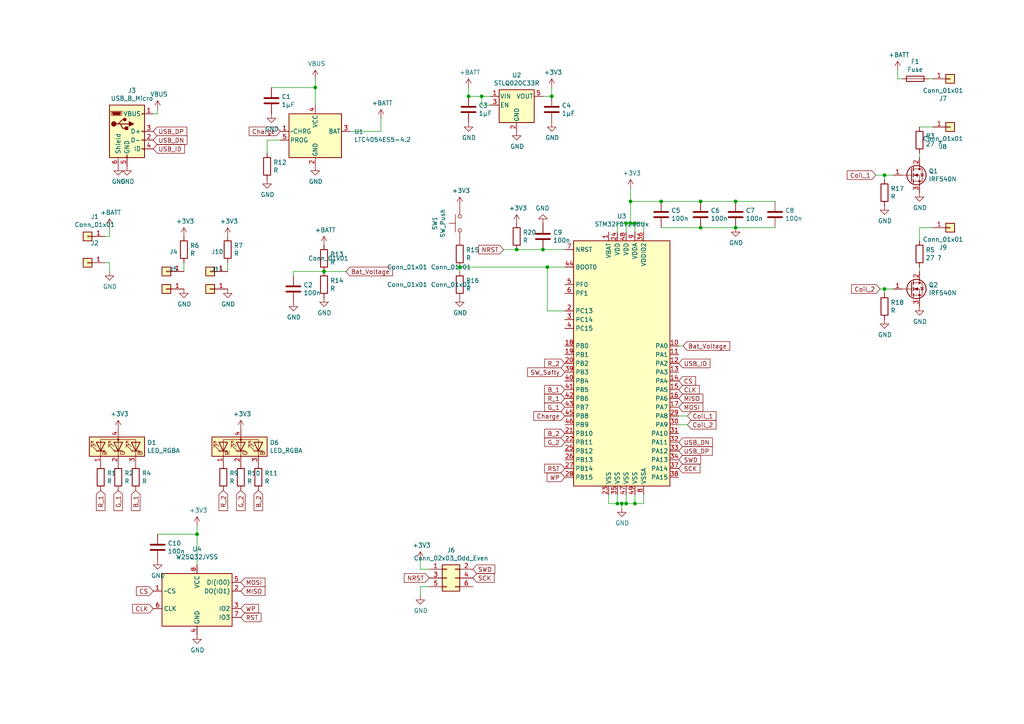
<source format=kicad_sch>
(kicad_sch (version 20210621) (generator eeschema)
  (paper "A4")
  (lib_symbols
    (symbol "Connector:USB_B_Micro" (pin_names (offset 1.016))
      (property "Reference" "J" (at -5.08 11.43 0))
      (property "Value" "USB_B_Micro" (at -5.08 8.89 0))
      (symbol "USB_B_Micro_0_1"
        (circle (center -3.81 2.159) (radius 0.635) (stroke (width 0.254)) (fill (type outline)))
        (circle (center -0.635 3.429) (radius 0.381) (stroke (width 0.254)) (fill (type outline)))
        (rectangle (start -0.127 -7.62) (end 0.127 -6.858))
        (rectangle (start 5.08 -5.207) (end 4.318 -4.953))
        (rectangle (start 5.08 -2.667) (end 4.318 -2.413))
        (rectangle (start 5.08 -0.127) (end 4.318 0.127))
        (rectangle (start 5.08 4.953) (end 4.318 5.207))
        (rectangle (start 0.254 1.27) (end -0.508 0.508) (stroke (width 0.254)) (fill (type outline)))
        (rectangle (start -5.08 -7.62) (end 5.08 7.62) (stroke (width 0.254)) (fill (type background)))
        (polyline (pts (xy -1.905 2.159) (xy 0.635 2.159)) (stroke (width 0.254)))
        (polyline (pts (xy -3.175 2.159) (xy -2.54 2.159) (xy -1.27 3.429) (xy -0.635 3.429)) (stroke (width 0.254)))
        (polyline (pts (xy -2.54 2.159) (xy -1.905 2.159) (xy -1.27 0.889) (xy 0 0.889)) (stroke (width 0.254)))
        (polyline (pts (xy -4.699 5.842) (xy -4.699 5.588) (xy -4.445 4.826) (xy -4.445 4.572) (xy -1.651 4.572) (xy -1.651 4.826) (xy -1.397 5.588) (xy -1.397 5.842) (xy -4.699 5.842)))
        (polyline (pts (xy 0.635 2.794) (xy 0.635 1.524) (xy 1.905 2.159) (xy 0.635 2.794)) (stroke (width 0.254)) (fill (type outline)))
        (polyline (pts (xy -4.318 5.588) (xy -1.778 5.588) (xy -2.032 4.826) (xy -4.064 4.826) (xy -4.318 5.588)) (fill (type outline)))
      )
      (symbol "USB_B_Micro_1_1"
        (pin power_out line (at 7.62 5.08 180) (length 2.54) (name "VBUS") (number "1"))
        (pin bidirectional line (at 7.62 -2.54 180) (length 2.54) (name "D-") (number "2"))
        (pin bidirectional line (at 7.62 0 180) (length 2.54) (name "D+") (number "3"))
        (pin passive line (at 7.62 -5.08 180) (length 2.54) (name "ID") (number "4"))
        (pin power_out line (at 0 -10.16 90) (length 2.54) (name "GND") (number "5"))
        (pin passive line (at -2.54 -10.16 90) (length 2.54) (name "Shield") (number "6"))
      )
    )
    (symbol "Connector_Generic:Conn_01x01" (pin_names (offset 1.016) hide)
      (property "Reference" "J" (at 0 2.54 0))
      (property "Value" "Conn_01x01" (at 0 -2.54 0))
      (symbol "Conn_01x01_1_1"
        (rectangle (start -1.27 0.127) (end 0 -0.127) (stroke (width 0.1524)))
        (rectangle (start -1.27 1.27) (end 1.27 -1.27) (stroke (width 0.254)) (fill (type background)))
        (pin passive line (at -5.08 0 0) (length 3.81) (name "Pin_1") (number "1"))
      )
    )
    (symbol "Connector_Generic:Conn_02x03_Odd_Even" (pin_names (offset 1.016) hide)
      (property "Reference" "J" (at 1.27 5.08 0))
      (property "Value" "Conn_02x03_Odd_Even" (at 1.27 -5.08 0))
      (symbol "Conn_02x03_Odd_Even_1_1"
        (rectangle (start -1.27 -2.413) (end 0 -2.667) (stroke (width 0.1524)))
        (rectangle (start -1.27 0.127) (end 0 -0.127) (stroke (width 0.1524)))
        (rectangle (start -1.27 2.667) (end 0 2.413) (stroke (width 0.1524)))
        (rectangle (start 3.81 -2.413) (end 2.54 -2.667) (stroke (width 0.1524)))
        (rectangle (start 3.81 0.127) (end 2.54 -0.127) (stroke (width 0.1524)))
        (rectangle (start 3.81 2.667) (end 2.54 2.413) (stroke (width 0.1524)))
        (rectangle (start -1.27 3.81) (end 3.81 -3.81) (stroke (width 0.254)) (fill (type background)))
        (pin passive line (at -5.08 2.54 0) (length 3.81) (name "Pin_1") (number "1"))
        (pin passive line (at 7.62 2.54 180) (length 3.81) (name "Pin_2") (number "2"))
        (pin passive line (at -5.08 0 0) (length 3.81) (name "Pin_3") (number "3"))
        (pin passive line (at 7.62 0 180) (length 3.81) (name "Pin_4") (number "4"))
        (pin passive line (at -5.08 -2.54 0) (length 3.81) (name "Pin_5") (number "5"))
        (pin passive line (at 7.62 -2.54 180) (length 3.81) (name "Pin_6") (number "6"))
      )
    )
    (symbol "DCPowerFire-rescue:LTC4054ES5-4.2-Battery_Management" (pin_names (offset 0.254))
      (property "Reference" "U" (at -5.842 6.604 0))
      (property "Value" "LTC4054ES5-4.2-Battery_Management" (at 1.524 6.604 0))
      (symbol "LTC4054ES5-4.2-Battery_Management_0_1"
        (rectangle (start -7.62 5.08) (end 7.62 -7.62) (stroke (width 0.254)) (fill (type background)))
      )
      (symbol "LTC4054ES5-4.2-Battery_Management_1_1"
        (pin open_collector line (at -10.16 0 0) (length 2.54) (name "~CHRG") (number "1"))
        (pin power_in line (at 0 -10.16 90) (length 2.54) (name "GND") (number "2"))
        (pin power_out line (at 10.16 0 180) (length 2.54) (name "BAT") (number "3"))
        (pin power_in line (at 0 7.62 270) (length 2.54) (name "VCC") (number "4"))
        (pin bidirectional line (at -10.16 -2.54 0) (length 2.54) (name "PROG") (number "5"))
      )
    )
    (symbol "DCPowerFire-rescue:W25Q32JVSS-Memory_Flash"
      (property "Reference" "U" (at -8.89 8.89 0))
      (property "Value" "W25Q32JVSS-Memory_Flash" (at 7.62 8.89 0))
      (symbol "W25Q32JVSS-Memory_Flash_0_1"
        (rectangle (start -10.16 7.62) (end 10.16 -7.62) (stroke (width 0.254)) (fill (type background)))
      )
      (symbol "W25Q32JVSS-Memory_Flash_1_1"
        (pin input line (at -12.7 2.54 0) (length 2.54) (name "~CS") (number "1"))
        (pin bidirectional line (at 12.7 2.54 180) (length 2.54) (name "DO(IO1)") (number "2"))
        (pin bidirectional line (at 12.7 -2.54 180) (length 2.54) (name "IO2") (number "3"))
        (pin power_in line (at 0 -10.16 90) (length 2.54) (name "GND") (number "4"))
        (pin bidirectional line (at 12.7 5.08 180) (length 2.54) (name "DI(IO0)") (number "5"))
        (pin input line (at -12.7 -2.54 0) (length 2.54) (name "CLK") (number "6"))
        (pin bidirectional line (at 12.7 -5.08 180) (length 2.54) (name "IO3") (number "7"))
        (pin power_in line (at 0 10.16 270) (length 2.54) (name "VCC") (number "8"))
      )
    )
    (symbol "Device:C" (pin_numbers hide) (pin_names (offset 0.254))
      (property "Reference" "C" (at 0.635 2.54 0))
      (property "Value" "C" (at 0.635 -2.54 0))
      (symbol "C_0_1"
        (polyline (pts (xy -2.032 -0.762) (xy 2.032 -0.762)) (stroke (width 0.508)))
        (polyline (pts (xy -2.032 0.762) (xy 2.032 0.762)) (stroke (width 0.508)))
      )
      (symbol "C_1_1"
        (pin passive line (at 0 3.81 270) (length 2.794) (name "~") (number "1"))
        (pin passive line (at 0 -3.81 90) (length 2.794) (name "~") (number "2"))
      )
    )
    (symbol "Device:Fuse" (pin_numbers hide) (pin_names (offset 0))
      (property "Reference" "F" (at 2.032 0 90))
      (property "Value" "Fuse" (at -1.905 0 90))
      (symbol "Fuse_0_1"
        (rectangle (start -0.762 -2.54) (end 0.762 2.54) (stroke (width 0.254)))
        (polyline (pts (xy 0 2.54) (xy 0 -2.54)))
      )
      (symbol "Fuse_1_1"
        (pin passive line (at 0 3.81 270) (length 1.27) (name "~") (number "1"))
        (pin passive line (at 0 -3.81 90) (length 1.27) (name "~") (number "2"))
      )
    )
    (symbol "Device:LED_RGBA" (pin_names (offset 0) hide)
      (property "Reference" "D" (at 0 9.398 0))
      (property "Value" "LED_RGBA" (at 0 -8.89 0))
      (symbol "LED_RGBA_0_0"
        (text "B" (at -1.905 -6.35 0) (effects (font (size 1.27 1.27))))
        (text "G" (at -1.905 -1.27 0) (effects (font (size 1.27 1.27))))
        (text "R" (at -1.905 3.81 0) (effects (font (size 1.27 1.27))))
      )
      (symbol "LED_RGBA_0_1"
        (circle (center 2.032 0) (radius 0.254) (fill (type outline)))
        (rectangle (start 1.27 -1.27) (end 1.27 1.27))
        (rectangle (start 1.27 1.27) (end 1.27 1.27))
        (rectangle (start 1.27 3.81) (end 1.27 6.35))
        (rectangle (start 1.27 6.35) (end 1.27 6.35))
        (rectangle (start 2.794 8.382) (end -2.794 -7.62) (stroke (width 0.254)) (fill (type background)))
        (polyline (pts (xy -1.27 -5.08) (xy -2.54 -5.08)))
        (polyline (pts (xy -1.27 -5.08) (xy 1.27 -5.08)))
        (polyline (pts (xy -1.27 -3.81) (xy -1.27 -6.35)) (stroke (width 0.254)))
        (polyline (pts (xy -1.27 0) (xy -2.54 0)))
        (polyline (pts (xy -1.27 1.27) (xy -1.27 -1.27)) (stroke (width 0.254)))
        (polyline (pts (xy -1.27 5.08) (xy -2.54 5.08)))
        (polyline (pts (xy -1.27 5.08) (xy 1.27 5.08)))
        (polyline (pts (xy -1.27 6.35) (xy -1.27 3.81)) (stroke (width 0.254)))
        (polyline (pts (xy 1.27 0) (xy -1.27 0)))
        (polyline (pts (xy 1.27 0) (xy 2.54 0)))
        (polyline (pts (xy -1.27 1.27) (xy -1.27 -1.27) (xy -1.27 -1.27)))
        (polyline (pts (xy -1.27 6.35) (xy -1.27 3.81) (xy -1.27 3.81)))
        (polyline (pts (xy 1.27 -5.08) (xy 2.032 -5.08) (xy 2.032 5.08) (xy 1.27 5.08)))
        (polyline (pts (xy 1.27 -3.81) (xy 1.27 -6.35) (xy -1.27 -5.08) (xy 1.27 -3.81)) (stroke (width 0.254)))
        (polyline (pts (xy 1.27 1.27) (xy 1.27 -1.27) (xy -1.27 0) (xy 1.27 1.27)) (stroke (width 0.254)))
        (polyline (pts (xy 1.27 6.35) (xy 1.27 3.81) (xy -1.27 5.08) (xy 1.27 6.35)) (stroke (width 0.254)))
        (polyline (pts (xy -1.016 -3.81) (xy 0.508 -2.286) (xy -0.254 -2.286) (xy 0.508 -2.286) (xy 0.508 -3.048)))
        (polyline (pts (xy -1.016 1.27) (xy 0.508 2.794) (xy -0.254 2.794) (xy 0.508 2.794) (xy 0.508 2.032)))
        (polyline (pts (xy -1.016 6.35) (xy 0.508 7.874) (xy -0.254 7.874) (xy 0.508 7.874) (xy 0.508 7.112)))
        (polyline (pts (xy 0 -3.81) (xy 1.524 -2.286) (xy 0.762 -2.286) (xy 1.524 -2.286) (xy 1.524 -3.048)))
        (polyline (pts (xy 0 1.27) (xy 1.524 2.794) (xy 0.762 2.794) (xy 1.524 2.794) (xy 1.524 2.032)))
        (polyline (pts (xy 0 6.35) (xy 1.524 7.874) (xy 0.762 7.874) (xy 1.524 7.874) (xy 1.524 7.112)))
      )
      (symbol "LED_RGBA_1_1"
        (pin passive line (at -5.08 5.08 0) (length 2.54) (name "RK") (number "1"))
        (pin passive line (at -5.08 0 0) (length 2.54) (name "GK") (number "2"))
        (pin passive line (at -5.08 -5.08 0) (length 2.54) (name "BK") (number "3"))
        (pin passive line (at 5.08 0 180) (length 2.54) (name "A") (number "4"))
      )
    )
    (symbol "Device:R" (pin_numbers hide) (pin_names (offset 0))
      (property "Reference" "R" (at 2.032 0 90))
      (property "Value" "R" (at 0 0 90))
      (symbol "R_0_1"
        (rectangle (start -1.016 -2.54) (end 1.016 2.54) (stroke (width 0.254)))
      )
      (symbol "R_1_1"
        (pin passive line (at 0 3.81 270) (length 1.27) (name "~") (number "1"))
        (pin passive line (at 0 -3.81 90) (length 1.27) (name "~") (number "2"))
      )
    )
    (symbol "MCU_ST_STM32F0:STM32F072C8Ux"
      (property "Reference" "U" (at -15.24 36.83 0))
      (property "Value" "STM32F072C8Ux" (at 7.62 36.83 0))
      (symbol "STM32F072C8Ux_0_1"
        (rectangle (start -15.24 -35.56) (end 12.7 35.56) (stroke (width 0.254)) (fill (type background)))
      )
      (symbol "STM32F072C8Ux_1_1"
        (pin power_in line (at -5.08 38.1 270) (length 2.54) (name "VBAT") (number "1"))
        (pin bidirectional line (at 15.24 5.08 180) (length 2.54) (name "PA0") (number "10"))
        (pin bidirectional line (at 15.24 2.54 180) (length 2.54) (name "PA1") (number "11"))
        (pin bidirectional line (at 15.24 0 180) (length 2.54) (name "PA2") (number "12"))
        (pin bidirectional line (at 15.24 -2.54 180) (length 2.54) (name "PA3") (number "13"))
        (pin bidirectional line (at 15.24 -5.08 180) (length 2.54) (name "PA4") (number "14"))
        (pin bidirectional line (at 15.24 -7.62 180) (length 2.54) (name "PA5") (number "15"))
        (pin bidirectional line (at 15.24 -10.16 180) (length 2.54) (name "PA6") (number "16"))
        (pin bidirectional line (at 15.24 -12.7 180) (length 2.54) (name "PA7") (number "17"))
        (pin bidirectional line (at -17.78 5.08 0) (length 2.54) (name "PB0") (number "18"))
        (pin bidirectional line (at -17.78 2.54 0) (length 2.54) (name "PB1") (number "19"))
        (pin bidirectional line (at -17.78 15.24 0) (length 2.54) (name "PC13") (number "2"))
        (pin bidirectional line (at -17.78 0 0) (length 2.54) (name "PB2") (number "20"))
        (pin bidirectional line (at -17.78 -20.32 0) (length 2.54) (name "PB10") (number "21"))
        (pin bidirectional line (at -17.78 -22.86 0) (length 2.54) (name "PB11") (number "22"))
        (pin power_in line (at -5.08 -38.1 90) (length 2.54) (name "VSS") (number "23"))
        (pin power_in line (at -2.54 38.1 270) (length 2.54) (name "VDD") (number "24"))
        (pin bidirectional line (at -17.78 -25.4 0) (length 2.54) (name "PB12") (number "25"))
        (pin bidirectional line (at -17.78 -27.94 0) (length 2.54) (name "PB13") (number "26"))
        (pin bidirectional line (at -17.78 -30.48 0) (length 2.54) (name "PB14") (number "27"))
        (pin bidirectional line (at -17.78 -33.02 0) (length 2.54) (name "PB15") (number "28"))
        (pin bidirectional line (at 15.24 -15.24 180) (length 2.54) (name "PA8") (number "29"))
        (pin bidirectional line (at -17.78 12.7 0) (length 2.54) (name "PC14") (number "3"))
        (pin bidirectional line (at 15.24 -17.78 180) (length 2.54) (name "PA9") (number "30"))
        (pin bidirectional line (at 15.24 -20.32 180) (length 2.54) (name "PA10") (number "31"))
        (pin bidirectional line (at 15.24 -22.86 180) (length 2.54) (name "PA11") (number "32"))
        (pin bidirectional line (at 15.24 -25.4 180) (length 2.54) (name "PA12") (number "33"))
        (pin bidirectional line (at 15.24 -27.94 180) (length 2.54) (name "PA13") (number "34"))
        (pin power_in line (at -2.54 -38.1 90) (length 2.54) (name "VSS") (number "35"))
        (pin power_in line (at 5.08 38.1 270) (length 2.54) (name "VDDIO2") (number "36"))
        (pin bidirectional line (at 15.24 -30.48 180) (length 2.54) (name "PA14") (number "37"))
        (pin bidirectional line (at 15.24 -33.02 180) (length 2.54) (name "PA15") (number "38"))
        (pin bidirectional line (at -17.78 -2.54 0) (length 2.54) (name "PB3") (number "39"))
        (pin bidirectional line (at -17.78 10.16 0) (length 2.54) (name "PC15") (number "4"))
        (pin bidirectional line (at -17.78 -5.08 0) (length 2.54) (name "PB4") (number "40"))
        (pin bidirectional line (at -17.78 -7.62 0) (length 2.54) (name "PB5") (number "41"))
        (pin bidirectional line (at -17.78 -10.16 0) (length 2.54) (name "PB6") (number "42"))
        (pin bidirectional line (at -17.78 -12.7 0) (length 2.54) (name "PB7") (number "43"))
        (pin input line (at -17.78 27.94 0) (length 2.54) (name "BOOT0") (number "44"))
        (pin bidirectional line (at -17.78 -15.24 0) (length 2.54) (name "PB8") (number "45"))
        (pin bidirectional line (at -17.78 -17.78 0) (length 2.54) (name "PB9") (number "46"))
        (pin power_in line (at 0 -38.1 90) (length 2.54) (name "VSS") (number "47"))
        (pin power_in line (at 0 38.1 270) (length 2.54) (name "VDD") (number "48"))
        (pin power_in line (at 2.54 -38.1 90) (length 2.54) (name "VSS") (number "49"))
        (pin input line (at -17.78 22.86 0) (length 2.54) (name "PF0") (number "5"))
        (pin input line (at -17.78 20.32 0) (length 2.54) (name "PF1") (number "6"))
        (pin input line (at -17.78 33.02 0) (length 2.54) (name "NRST") (number "7"))
        (pin power_in line (at 5.08 -38.1 90) (length 2.54) (name "VSSA") (number "8"))
        (pin power_in line (at 2.54 38.1 270) (length 2.54) (name "VDDA") (number "9"))
      )
    )
    (symbol "Regulator_Linear:AP2112K-3.3" (pin_names (offset 0.254))
      (property "Reference" "U" (at -5.08 5.715 0))
      (property "Value" "AP2112K-3.3" (at 0 5.715 0))
      (symbol "AP2112K-3.3_0_1"
        (rectangle (start -5.08 4.445) (end 5.08 -5.08) (stroke (width 0.254)) (fill (type background)))
      )
      (symbol "AP2112K-3.3_1_1"
        (pin power_in line (at -7.62 2.54 0) (length 2.54) (name "VIN") (number "1"))
        (pin power_in line (at 0 -7.62 90) (length 2.54) (name "GND") (number "2"))
        (pin input line (at -7.62 0 0) (length 2.54) (name "EN") (number "3"))
        (pin no_connect line (at 5.08 0 180) (length 2.54) hide (name "NC") (number "4"))
        (pin power_out line (at 7.62 2.54 180) (length 2.54) (name "VOUT") (number "5"))
      )
    )
    (symbol "Switch:SW_Push" (pin_numbers hide) (pin_names (offset 1.016) hide)
      (property "Reference" "SW" (at 1.27 2.54 0))
      (property "Value" "SW_Push" (at 0 -1.524 0))
      (symbol "SW_Push_0_1"
        (circle (center -2.032 0) (radius 0.508))
        (circle (center 2.032 0) (radius 0.508))
        (polyline (pts (xy 0 1.27) (xy 0 3.048)))
        (polyline (pts (xy 2.54 1.27) (xy -2.54 1.27)))
        (pin passive line (at -5.08 0 0) (length 2.54) (name "1") (number "1"))
        (pin passive line (at 5.08 0 180) (length 2.54) (name "2") (number "2"))
      )
    )
    (symbol "Transistor_FET:IRF540N" (pin_names hide)
      (property "Reference" "Q" (at 6.35 1.905 0))
      (property "Value" "IRF540N" (at 6.35 0 0))
      (symbol "IRF540N_0_1"
        (circle (center 1.651 0) (radius 2.794) (stroke (width 0.254)))
        (circle (center 2.54 -1.778) (radius 0.254) (fill (type outline)))
        (circle (center 2.54 1.778) (radius 0.254) (fill (type outline)))
        (polyline (pts (xy 0.254 0) (xy -2.54 0)))
        (polyline (pts (xy 0.254 1.905) (xy 0.254 -1.905)) (stroke (width 0.254)))
        (polyline (pts (xy 0.762 -1.27) (xy 0.762 -2.286)) (stroke (width 0.254)))
        (polyline (pts (xy 0.762 0.508) (xy 0.762 -0.508)) (stroke (width 0.254)))
        (polyline (pts (xy 0.762 2.286) (xy 0.762 1.27)) (stroke (width 0.254)))
        (polyline (pts (xy 2.54 2.54) (xy 2.54 1.778)))
        (polyline (pts (xy 2.54 -2.54) (xy 2.54 0) (xy 0.762 0)))
        (polyline (pts (xy 0.762 -1.778) (xy 3.302 -1.778) (xy 3.302 1.778) (xy 0.762 1.778)))
        (polyline (pts (xy 2.794 0.508) (xy 2.921 0.381) (xy 3.683 0.381) (xy 3.81 0.254)))
        (polyline (pts (xy 3.302 0.381) (xy 2.921 -0.254) (xy 3.683 -0.254) (xy 3.302 0.381)))
        (polyline (pts (xy 1.016 0) (xy 2.032 0.381) (xy 2.032 -0.381) (xy 1.016 0)) (fill (type outline)))
      )
      (symbol "IRF540N_1_1"
        (pin input line (at -5.08 0 0) (length 2.54) (name "G") (number "1"))
        (pin passive line (at 2.54 5.08 270) (length 2.54) (name "D") (number "2"))
        (pin passive line (at 2.54 -5.08 90) (length 2.54) (name "S") (number "3"))
      )
    )
    (symbol "power:+3.3V" (power) (pin_names (offset 0))
      (property "Value" "+3.3V" (at 0 3.556 0))
      (symbol "+3.3V_0_1"
        (polyline (pts (xy -0.762 1.27) (xy 0 2.54)))
        (polyline (pts (xy 0 0) (xy 0 2.54)))
        (polyline (pts (xy 0 2.54) (xy 0.762 1.27)))
      )
      (symbol "+3.3V_1_1"
        (pin power_in line (at 0 0 90) (length 0) hide (name "+3V3") (number "1"))
      )
    )
    (symbol "power:+BATT" (power) (pin_names (offset 0))
      (property "Value" "+BATT" (at 0 3.556 0))
      (symbol "+BATT_0_1"
        (polyline (pts (xy -0.762 1.27) (xy 0 2.54)))
        (polyline (pts (xy 0 0) (xy 0 2.54)))
        (polyline (pts (xy 0 2.54) (xy 0.762 1.27)))
      )
      (symbol "+BATT_1_1"
        (pin power_in line (at 0 0 90) (length 0) hide (name "+BATT") (number "1"))
      )
    )
    (symbol "power:GND" (power) (pin_names (offset 0))
      (property "Value" "GND" (at 0 -3.81 0))
      (symbol "GND_0_1"
        (polyline (pts (xy 0 0) (xy 0 -1.27) (xy 1.27 -1.27) (xy 0 -2.54) (xy -1.27 -1.27) (xy 0 -1.27)))
      )
      (symbol "GND_1_1"
        (pin power_in line (at 0 0 270) (length 0) hide (name "GND") (number "1"))
      )
    )
    (symbol "power:VBUS" (power) (pin_names (offset 0))
      (property "Value" "VBUS" (at 0 3.81 0))
      (symbol "VBUS_0_1"
        (polyline (pts (xy -0.762 1.27) (xy 0 2.54)))
        (polyline (pts (xy 0 0) (xy 0 2.54)))
        (polyline (pts (xy 0 2.54) (xy 0.762 1.27)))
      )
      (symbol "VBUS_1_1"
        (pin power_in line (at 0 0 90) (length 0) hide (name "VBUS") (number "1"))
      )
    )
  )
  (junction (at 57.15 154.94) (diameter 0.9144))
  (junction (at 91.44 25.4) (diameter 0.9144))
  (junction (at 93.98 78.74) (diameter 0.9144))
  (junction (at 133.35 77.47) (diameter 0.9144))
  (junction (at 135.89 27.94) (diameter 0.9144))
  (junction (at 139.7 27.94) (diameter 0.9144))
  (junction (at 149.86 72.39) (diameter 0.9144))
  (junction (at 157.48 72.39) (diameter 0.9144))
  (junction (at 158.75 77.47) (diameter 0.9144))
  (junction (at 160.02 27.94) (diameter 0.9144))
  (junction (at 179.07 146.05) (diameter 0.9144))
  (junction (at 180.34 146.05) (diameter 0.9144))
  (junction (at 181.61 64.77) (diameter 0.9144))
  (junction (at 181.61 146.05) (diameter 0.9144))
  (junction (at 182.88 58.42) (diameter 0.9144))
  (junction (at 182.88 64.77) (diameter 0.9144))
  (junction (at 184.15 64.77) (diameter 0.9144))
  (junction (at 184.15 146.05) (diameter 0.9144))
  (junction (at 191.77 58.42) (diameter 0.9144))
  (junction (at 203.2 58.42) (diameter 0.9144))
  (junction (at 203.2 66.04) (diameter 0.9144))
  (junction (at 213.36 58.42) (diameter 0.9144))
  (junction (at 213.36 66.04) (diameter 0.9144))
  (junction (at 256.54 50.8) (diameter 0.9144))
  (junction (at 256.54 83.82) (diameter 0.9144))
  (wire (pts (xy 30.48 76.2) (xy 31.75 76.2)))
  (wire (pts (xy 31.75 66.04) (xy 31.75 68.58)))
  (wire (pts (xy 31.75 68.58) (xy 30.48 68.58)))
  (wire (pts (xy 31.75 76.2) (xy 31.75 78.74)))
  (wire (pts (xy 44.45 33.02) (xy 45.72 33.02)))
  (wire (pts (xy 45.72 33.02) (xy 45.72 31.75)))
  (wire (pts (xy 45.72 154.94) (xy 57.15 154.94)))
  (wire (pts (xy 53.34 76.2) (xy 53.34 78.74)))
  (wire (pts (xy 57.15 152.4) (xy 57.15 154.94)))
  (wire (pts (xy 57.15 154.94) (xy 57.15 163.83)))
  (wire (pts (xy 66.04 76.2) (xy 66.04 78.74)))
  (wire (pts (xy 77.47 40.64) (xy 77.47 44.45)))
  (wire (pts (xy 78.74 25.4) (xy 91.44 25.4)))
  (wire (pts (xy 81.28 40.64) (xy 77.47 40.64)))
  (wire (pts (xy 85.09 78.74) (xy 93.98 78.74)))
  (wire (pts (xy 85.09 80.01) (xy 85.09 78.74)))
  (wire (pts (xy 91.44 22.86) (xy 91.44 25.4)))
  (wire (pts (xy 91.44 25.4) (xy 91.44 30.48)))
  (wire (pts (xy 93.98 78.74) (xy 100.33 78.74)))
  (wire (pts (xy 101.6 38.1) (xy 110.49 38.1)))
  (wire (pts (xy 110.49 38.1) (xy 110.49 34.29)))
  (wire (pts (xy 121.92 162.56) (xy 121.92 165.1)))
  (wire (pts (xy 121.92 165.1) (xy 124.46 165.1)))
  (wire (pts (xy 121.92 170.18) (xy 124.46 170.18)))
  (wire (pts (xy 121.92 172.72) (xy 121.92 170.18)))
  (wire (pts (xy 133.35 77.47) (xy 158.75 77.47)))
  (wire (pts (xy 133.35 78.74) (xy 133.35 77.47)))
  (wire (pts (xy 135.89 25.4) (xy 135.89 27.94)))
  (wire (pts (xy 135.89 27.94) (xy 139.7 27.94)))
  (wire (pts (xy 139.7 27.94) (xy 142.24 27.94)))
  (wire (pts (xy 139.7 30.48) (xy 139.7 27.94)))
  (wire (pts (xy 142.24 30.48) (xy 139.7 30.48)))
  (wire (pts (xy 146.05 72.39) (xy 149.86 72.39)))
  (wire (pts (xy 149.86 72.39) (xy 157.48 72.39)))
  (wire (pts (xy 157.48 27.94) (xy 160.02 27.94)))
  (wire (pts (xy 157.48 72.39) (xy 163.83 72.39)))
  (wire (pts (xy 158.75 77.47) (xy 163.83 77.47)))
  (wire (pts (xy 158.75 90.17) (xy 158.75 77.47)))
  (wire (pts (xy 160.02 27.94) (xy 160.02 25.4)))
  (wire (pts (xy 163.83 90.17) (xy 158.75 90.17)))
  (wire (pts (xy 176.53 143.51) (xy 176.53 146.05)))
  (wire (pts (xy 176.53 146.05) (xy 179.07 146.05)))
  (wire (pts (xy 179.07 64.77) (xy 181.61 64.77)))
  (wire (pts (xy 179.07 67.31) (xy 179.07 64.77)))
  (wire (pts (xy 179.07 143.51) (xy 179.07 146.05)))
  (wire (pts (xy 179.07 146.05) (xy 180.34 146.05)))
  (wire (pts (xy 180.34 146.05) (xy 181.61 146.05)))
  (wire (pts (xy 180.34 147.32) (xy 180.34 146.05)))
  (wire (pts (xy 181.61 64.77) (xy 182.88 64.77)))
  (wire (pts (xy 181.61 67.31) (xy 181.61 64.77)))
  (wire (pts (xy 181.61 143.51) (xy 181.61 146.05)))
  (wire (pts (xy 181.61 146.05) (xy 184.15 146.05)))
  (wire (pts (xy 182.88 54.61) (xy 182.88 58.42)))
  (wire (pts (xy 182.88 58.42) (xy 182.88 64.77)))
  (wire (pts (xy 182.88 58.42) (xy 191.77 58.42)))
  (wire (pts (xy 182.88 64.77) (xy 184.15 64.77)))
  (wire (pts (xy 184.15 64.77) (xy 186.69 64.77)))
  (wire (pts (xy 184.15 67.31) (xy 184.15 64.77)))
  (wire (pts (xy 184.15 146.05) (xy 184.15 143.51)))
  (wire (pts (xy 186.69 64.77) (xy 186.69 67.31)))
  (wire (pts (xy 186.69 143.51) (xy 186.69 146.05)))
  (wire (pts (xy 186.69 146.05) (xy 184.15 146.05)))
  (wire (pts (xy 191.77 58.42) (xy 203.2 58.42)))
  (wire (pts (xy 191.77 66.04) (xy 203.2 66.04)))
  (wire (pts (xy 196.85 100.33) (xy 198.12 100.33)))
  (wire (pts (xy 196.85 120.65) (xy 199.39 120.65)))
  (wire (pts (xy 196.85 123.19) (xy 199.39 123.19)))
  (wire (pts (xy 203.2 58.42) (xy 213.36 58.42)))
  (wire (pts (xy 203.2 66.04) (xy 213.36 66.04)))
  (wire (pts (xy 213.36 58.42) (xy 224.79 58.42)))
  (wire (pts (xy 213.36 66.04) (xy 224.79 66.04)))
  (wire (pts (xy 254 50.8) (xy 256.54 50.8)))
  (wire (pts (xy 255.27 83.82) (xy 256.54 83.82)))
  (wire (pts (xy 256.54 50.8) (xy 259.08 50.8)))
  (wire (pts (xy 256.54 52.07) (xy 256.54 50.8)))
  (wire (pts (xy 256.54 83.82) (xy 259.08 83.82)))
  (wire (pts (xy 256.54 85.09) (xy 256.54 83.82)))
  (wire (pts (xy 260.35 20.32) (xy 260.35 22.86)))
  (wire (pts (xy 260.35 22.86) (xy 261.62 22.86)))
  (wire (pts (xy 266.7 44.45) (xy 266.7 45.72)))
  (wire (pts (xy 266.7 66.04) (xy 266.7 69.85)))
  (wire (pts (xy 266.7 78.74) (xy 266.7 77.47)))
  (wire (pts (xy 269.24 22.86) (xy 270.51 22.86)))
  (wire (pts (xy 270.51 36.83) (xy 266.7 36.83)))
  (wire (pts (xy 270.51 66.04) (xy 266.7 66.04)))
  (global_label "R_1" (shape input) (at 29.21 142.24 270) (property "Intersheet References" "${INTERSHEET_REFS}" (effects hide)))
  (global_label "G_1" (shape input) (at 34.29 142.24 270) (property "Intersheet References" "${INTERSHEET_REFS}" (effects hide)))
  (global_label "B_1" (shape input) (at 39.37 142.24 270) (property "Intersheet References" "${INTERSHEET_REFS}" (effects hide)))
  (global_label "USB_DP" (shape input) (at 44.45 38.1 0) (property "Intersheet References" "${INTERSHEET_REFS}" (effects hide)))
  (global_label "USB_DN" (shape input) (at 44.45 40.64 0) (property "Intersheet References" "${INTERSHEET_REFS}" (effects hide)))
  (global_label "USB_ID" (shape input) (at 44.45 43.18 0) (property "Intersheet References" "${INTERSHEET_REFS}" (effects hide)))
  (global_label "CS" (shape input) (at 44.45 171.45 180) (property "Intersheet References" "${INTERSHEET_REFS}" (effects hide)))
  (global_label "CLK" (shape input) (at 44.45 176.53 180) (property "Intersheet References" "${INTERSHEET_REFS}" (effects hide)))
  (global_label "R_2" (shape input) (at 64.77 142.24 270) (property "Intersheet References" "${INTERSHEET_REFS}" (effects hide)))
  (global_label "G_2" (shape input) (at 69.85 142.24 270) (property "Intersheet References" "${INTERSHEET_REFS}" (effects hide)))
  (global_label "MOSI" (shape input) (at 69.85 168.91 0) (property "Intersheet References" "${INTERSHEET_REFS}" (effects hide)))
  (global_label "MISO" (shape input) (at 69.85 171.45 0) (property "Intersheet References" "${INTERSHEET_REFS}" (effects hide)))
  (global_label "WP" (shape input) (at 69.85 176.53 0) (property "Intersheet References" "${INTERSHEET_REFS}" (effects hide)))
  (global_label "RST" (shape input) (at 69.85 179.07 0) (property "Intersheet References" "${INTERSHEET_REFS}" (effects hide)))
  (global_label "B_2" (shape input) (at 74.93 142.24 270) (property "Intersheet References" "${INTERSHEET_REFS}" (effects hide)))
  (global_label "Charge" (shape input) (at 81.28 38.1 180) (property "Intersheet References" "${INTERSHEET_REFS}" (effects hide)))
  (global_label "Bat_Voltage" (shape input) (at 100.33 78.74 0) (property "Intersheet References" "${INTERSHEET_REFS}" (effects hide)))
  (global_label "NRST" (shape input) (at 124.46 167.64 180) (property "Intersheet References" "${INTERSHEET_REFS}" (effects hide)))
  (global_label "SWD" (shape input) (at 137.16 165.1 0) (property "Intersheet References" "${INTERSHEET_REFS}" (effects hide)))
  (global_label "SCK" (shape input) (at 137.16 167.64 0) (property "Intersheet References" "${INTERSHEET_REFS}" (effects hide)))
  (global_label "NRST" (shape input) (at 146.05 72.39 180) (property "Intersheet References" "${INTERSHEET_REFS}" (effects hide)))
  (global_label "R_2" (shape input) (at 163.83 105.41 180) (property "Intersheet References" "${INTERSHEET_REFS}" (effects hide)))
  (global_label "SW_Safty" (shape input) (at 163.83 107.95 180) (property "Intersheet References" "${INTERSHEET_REFS}" (effects hide)))
  (global_label "B_1" (shape input) (at 163.83 113.03 180) (property "Intersheet References" "${INTERSHEET_REFS}" (effects hide)))
  (global_label "R_1" (shape input) (at 163.83 115.57 180) (property "Intersheet References" "${INTERSHEET_REFS}" (effects hide)))
  (global_label "G_1" (shape input) (at 163.83 118.11 180) (property "Intersheet References" "${INTERSHEET_REFS}" (effects hide)))
  (global_label "Charge" (shape input) (at 163.83 120.65 180) (property "Intersheet References" "${INTERSHEET_REFS}" (effects hide)))
  (global_label "B_2" (shape input) (at 163.83 125.73 180) (property "Intersheet References" "${INTERSHEET_REFS}" (effects hide)))
  (global_label "G_2" (shape input) (at 163.83 128.27 180) (property "Intersheet References" "${INTERSHEET_REFS}" (effects hide)))
  (global_label "RST" (shape input) (at 163.83 135.89 180) (property "Intersheet References" "${INTERSHEET_REFS}" (effects hide)))
  (global_label "WP" (shape input) (at 163.83 138.43 180) (property "Intersheet References" "${INTERSHEET_REFS}" (effects hide)))
  (global_label "USB_ID" (shape input) (at 196.85 105.41 0) (property "Intersheet References" "${INTERSHEET_REFS}" (effects hide)))
  (global_label "CS" (shape input) (at 196.85 110.49 0) (property "Intersheet References" "${INTERSHEET_REFS}" (effects hide)))
  (global_label "CLK" (shape input) (at 196.85 113.03 0) (property "Intersheet References" "${INTERSHEET_REFS}" (effects hide)))
  (global_label "MISO" (shape input) (at 196.85 115.57 0) (property "Intersheet References" "${INTERSHEET_REFS}" (effects hide)))
  (global_label "MOSI" (shape input) (at 196.85 118.11 0) (property "Intersheet References" "${INTERSHEET_REFS}" (effects hide)))
  (global_label "USB_DN" (shape input) (at 196.85 128.27 0) (property "Intersheet References" "${INTERSHEET_REFS}" (effects hide)))
  (global_label "USB_DP" (shape input) (at 196.85 130.81 0) (property "Intersheet References" "${INTERSHEET_REFS}" (effects hide)))
  (global_label "SWD" (shape input) (at 196.85 133.35 0) (property "Intersheet References" "${INTERSHEET_REFS}" (effects hide)))
  (global_label "SCK" (shape input) (at 196.85 135.89 0) (property "Intersheet References" "${INTERSHEET_REFS}" (effects hide)))
  (global_label "Bat_Voltage" (shape input) (at 198.12 100.33 0) (property "Intersheet References" "${INTERSHEET_REFS}" (effects hide)))
  (global_label "Coil_1" (shape input) (at 199.39 120.65 0) (property "Intersheet References" "${INTERSHEET_REFS}" (effects hide)))
  (global_label "Coil_2" (shape input) (at 199.39 123.19 0) (property "Intersheet References" "${INTERSHEET_REFS}" (effects hide)))
  (global_label "Coil_1" (shape input) (at 254 50.8 180) (property "Intersheet References" "${INTERSHEET_REFS}" (effects hide)))
  (global_label "Coil_2" (shape input) (at 255.27 83.82 180) (property "Intersheet References" "${INTERSHEET_REFS}" (effects hide)))
  (symbol (lib_id "power:+BATT") (at 31.75 66.04 0) (unit 1)
    (property "Reference" "#PWR0137" (effects hide))
    (property "Value" "+BATT" (at 32.131 61.6458 0))
  )
  (symbol (lib_id "power:+3.3V") (at 34.29 124.46 0) (unit 1)
    (property "Reference" "#PWR0125" (effects hide))
    (property "Value" "+3.3V" (at 34.671 120.0658 0))
  )
  (symbol (lib_id "power:VBUS") (at 45.72 31.75 0) (unit 1)
    (property "Reference" "#PWR0102" (effects hide))
    (property "Value" "VBUS" (at 46.101 27.3558 0))
  )
  (symbol (lib_id "power:+3.3V") (at 53.34 68.58 0) (unit 1)
    (property "Reference" "#PWR0111" (effects hide))
    (property "Value" "+3.3V" (at 53.721 64.1858 0))
  )
  (symbol (lib_id "power:+3.3V") (at 57.15 152.4 0) (unit 1)
    (property "Reference" "#PWR0124" (effects hide))
    (property "Value" "+3.3V" (at 57.531 148.0058 0))
  )
  (symbol (lib_id "power:+3.3V") (at 66.04 68.58 0) (unit 1)
    (property "Reference" "#PWR0122" (effects hide))
    (property "Value" "+3.3V" (at 66.421 64.1858 0))
  )
  (symbol (lib_id "power:+3.3V") (at 69.85 124.46 0) (unit 1)
    (property "Reference" "#PWR0126" (effects hide))
    (property "Value" "+3.3V" (at 70.231 120.0658 0))
  )
  (symbol (lib_id "power:VBUS") (at 91.44 22.86 0) (unit 1)
    (property "Reference" "#PWR0109" (effects hide))
    (property "Value" "VBUS" (at 91.821 18.4658 0))
  )
  (symbol (lib_id "power:+BATT") (at 93.98 71.12 0) (unit 1)
    (property "Reference" "#PWR0112" (effects hide))
    (property "Value" "+BATT" (at 94.361 66.7258 0))
  )
  (symbol (lib_id "power:+BATT") (at 110.49 34.29 0) (unit 1)
    (property "Reference" "#PWR0101" (effects hide))
    (property "Value" "+BATT" (at 110.871 29.8958 0))
  )
  (symbol (lib_id "power:+3.3V") (at 121.92 162.56 0) (unit 1)
    (property "Reference" "#PWR0134" (effects hide))
    (property "Value" "+3.3V" (at 122.301 158.1658 0))
  )
  (symbol (lib_id "power:+3.3V") (at 133.35 59.69 0) (unit 1)
    (property "Reference" "#PWR0133" (effects hide))
    (property "Value" "+3.3V" (at 133.731 55.2958 0))
  )
  (symbol (lib_id "power:+BATT") (at 135.89 25.4 0) (unit 1)
    (property "Reference" "#PWR0118" (effects hide))
    (property "Value" "+BATT" (at 136.271 21.0058 0))
  )
  (symbol (lib_id "power:+3.3V") (at 149.86 64.77 0) (unit 1)
    (property "Reference" "#PWR0139" (effects hide))
    (property "Value" "+3.3V" (at 150.241 60.3758 0))
  )
  (symbol (lib_id "power:+3.3V") (at 160.02 25.4 0) (unit 1)
    (property "Reference" "#PWR0117" (effects hide))
    (property "Value" "+3.3V" (at 160.401 21.0058 0))
  )
  (symbol (lib_id "power:+3.3V") (at 182.88 54.61 0) (unit 1)
    (property "Reference" "#PWR0128" (effects hide))
    (property "Value" "+3.3V" (at 183.261 50.2158 0))
  )
  (symbol (lib_id "power:+BATT") (at 260.35 20.32 0) (unit 1)
    (property "Reference" "#PWR0114" (effects hide))
    (property "Value" "+BATT" (at 260.731 15.9258 0))
  )
  (symbol (lib_id "power:GND") (at 31.75 78.74 0) (unit 1)
    (property "Reference" "#PWR0136" (effects hide))
    (property "Value" "GND" (at 31.877 83.1342 0))
  )
  (symbol (lib_id "power:GND") (at 34.29 48.26 0) (unit 1)
    (property "Reference" "#PWR0103" (effects hide))
    (property "Value" "GND" (at 34.417 52.6542 0))
  )
  (symbol (lib_id "power:GND") (at 36.83 48.26 0) (unit 1)
    (property "Reference" "#PWR0104" (effects hide))
    (property "Value" "GND" (at 36.957 52.6542 0))
  )
  (symbol (lib_id "power:GND") (at 45.72 162.56 0) (unit 1)
    (property "Reference" "#PWR0141" (effects hide))
    (property "Value" "GND" (at 45.847 166.9542 0))
  )
  (symbol (lib_id "power:GND") (at 53.34 83.82 0) (unit 1)
    (property "Reference" "#PWR0121" (effects hide))
    (property "Value" "GND" (at 53.467 88.2142 0))
  )
  (symbol (lib_id "power:GND") (at 57.15 184.15 0) (unit 1)
    (property "Reference" "#PWR0127" (effects hide))
    (property "Value" "GND" (at 57.277 188.5442 0))
  )
  (symbol (lib_id "power:GND") (at 66.04 83.82 0) (unit 1)
    (property "Reference" "#PWR0123" (effects hide))
    (property "Value" "GND" (at 66.167 88.2142 0))
  )
  (symbol (lib_id "power:GND") (at 77.47 52.07 0) (unit 1)
    (property "Reference" "#PWR0107" (effects hide))
    (property "Value" "GND" (at 77.597 56.4642 0))
  )
  (symbol (lib_id "power:GND") (at 78.74 33.02 0) (unit 1)
    (property "Reference" "#PWR0108" (effects hide))
    (property "Value" "GND" (at 78.867 37.4142 0))
  )
  (symbol (lib_id "power:GND") (at 85.09 87.63 0) (unit 1)
    (property "Reference" "#PWR0115" (effects hide))
    (property "Value" "GND" (at 85.217 92.0242 0))
  )
  (symbol (lib_id "power:GND") (at 91.44 48.26 0) (unit 1)
    (property "Reference" "#PWR0105" (effects hide))
    (property "Value" "GND" (at 91.567 52.6542 0))
  )
  (symbol (lib_id "power:GND") (at 93.98 86.36 0) (unit 1)
    (property "Reference" "#PWR0113" (effects hide))
    (property "Value" "GND" (at 94.107 90.7542 0))
  )
  (symbol (lib_id "power:GND") (at 121.92 172.72 0) (unit 1)
    (property "Reference" "#PWR0135" (effects hide))
    (property "Value" "GND" (at 122.047 177.1142 0))
  )
  (symbol (lib_id "power:GND") (at 133.35 86.36 0) (unit 1)
    (property "Reference" "#PWR0110" (effects hide))
    (property "Value" "GND" (at 133.477 90.7542 0))
  )
  (symbol (lib_id "power:GND") (at 135.89 35.56 0) (unit 1)
    (property "Reference" "#PWR0120" (effects hide))
    (property "Value" "GND" (at 136.017 39.9542 0))
  )
  (symbol (lib_id "power:GND") (at 149.86 38.1 0) (unit 1)
    (property "Reference" "#PWR0116" (effects hide))
    (property "Value" "GND" (at 149.987 42.4942 0))
  )
  (symbol (lib_id "power:GND") (at 157.48 64.77 180) (unit 1)
    (property "Reference" "#PWR0140" (effects hide))
    (property "Value" "GND" (at 157.353 60.3758 0))
  )
  (symbol (lib_id "power:GND") (at 160.02 35.56 0) (unit 1)
    (property "Reference" "#PWR0119" (effects hide))
    (property "Value" "GND" (at 160.147 39.9542 0))
  )
  (symbol (lib_id "power:GND") (at 180.34 147.32 0) (unit 1)
    (property "Reference" "#PWR0106" (effects hide))
    (property "Value" "GND" (at 180.467 151.7142 0))
  )
  (symbol (lib_id "power:GND") (at 213.36 66.04 0) (unit 1)
    (property "Reference" "#PWR0138" (effects hide))
    (property "Value" "GND" (at 213.487 70.4342 0))
  )
  (symbol (lib_id "power:GND") (at 256.54 59.69 0) (unit 1)
    (property "Reference" "#PWR0129" (effects hide))
    (property "Value" "GND" (at 256.667 64.0842 0))
  )
  (symbol (lib_id "power:GND") (at 256.54 92.71 0) (unit 1)
    (property "Reference" "#PWR0131" (effects hide))
    (property "Value" "GND" (at 256.667 97.1042 0))
  )
  (symbol (lib_id "power:GND") (at 266.7 55.88 0) (unit 1)
    (property "Reference" "#PWR0130" (effects hide))
    (property "Value" "GND" (at 266.827 60.2742 0))
  )
  (symbol (lib_id "power:GND") (at 266.7 88.9 0) (unit 1)
    (property "Reference" "#PWR0132" (effects hide))
    (property "Value" "GND" (at 266.827 93.2942 0))
  )
  (symbol (lib_id "Device:Fuse") (at 265.43 22.86 270) (unit 1)
    (property "Reference" "F1" (at 265.43 17.8562 90))
    (property "Value" "Fuse" (at 265.43 20.1676 90))
    (property "Footprint" "Fuse:Fuse_0603_1608Metric" (effects hide))
  )
  (symbol (lib_id "Connector_Generic:Conn_01x01") (at 25.4 68.58 180) (unit 1)
    (property "Reference" "J1" (at 27.4828 62.865 0))
    (property "Value" "Conn_01x01" (at 27.4828 65.1764 0))
    (property "Footprint" "TestPoint:TestPoint_Pad_1.0x1.0mm" (effects hide))
  )
  (symbol (lib_id "Connector_Generic:Conn_01x01") (at 25.4 76.2 180) (unit 1)
    (property "Reference" "J2" (at 27.4828 70.485 0))
    (property "Value" "Conn_01x01" (at 95.25 74.93 0))
    (property "Footprint" "TestPoint:TestPoint_Pad_1.0x1.0mm" (effects hide))
  )
  (symbol (lib_id "Connector_Generic:Conn_01x01") (at 48.26 78.74 180) (unit 1)
    (property "Reference" "J4" (at 50.3428 73.025 0))
    (property "Value" "Conn_01x01" (at 118.11 77.47 0))
    (property "Footprint" "TestPoint:TestPoint_Pad_1.0x1.0mm" (effects hide))
  )
  (symbol (lib_id "Connector_Generic:Conn_01x01") (at 48.26 83.82 180) (unit 1)
    (property "Reference" "J5" (at 50.3428 78.105 0))
    (property "Value" "Conn_01x01" (at 118.11 82.55 0))
    (property "Footprint" "TestPoint:TestPoint_Pad_1.0x1.0mm" (effects hide))
  )
  (symbol (lib_id "Connector_Generic:Conn_01x01") (at 60.96 78.74 180) (unit 1)
    (property "Reference" "J10" (at 63.0428 73.025 0))
    (property "Value" "Conn_01x01" (at 130.81 77.47 0))
    (property "Footprint" "TestPoint:TestPoint_Pad_1.0x1.0mm" (effects hide))
  )
  (symbol (lib_id "Connector_Generic:Conn_01x01") (at 60.96 83.82 180) (unit 1)
    (property "Reference" "J11" (at 63.0428 78.105 0))
    (property "Value" "Conn_01x01" (at 130.81 82.55 0))
    (property "Footprint" "TestPoint:TestPoint_Pad_1.0x1.0mm" (effects hide))
  )
  (symbol (lib_id "Connector_Generic:Conn_01x01") (at 275.59 22.86 0) (unit 1)
    (property "Reference" "J7" (at 273.5072 28.575 0))
    (property "Value" "Conn_01x01" (at 273.5072 26.2636 0))
    (property "Footprint" "TestPoint:TestPoint_Pad_1.0x1.0mm" (effects hide))
  )
  (symbol (lib_id "Connector_Generic:Conn_01x01") (at 275.59 36.83 0) (unit 1)
    (property "Reference" "J8" (at 273.5072 42.545 0))
    (property "Value" "Conn_01x01" (at 273.5072 40.2336 0))
    (property "Footprint" "TestPoint:TestPoint_Pad_1.0x1.0mm" (effects hide))
  )
  (symbol (lib_id "Connector_Generic:Conn_01x01") (at 275.59 66.04 0) (unit 1)
    (property "Reference" "J9" (at 273.5072 71.755 0))
    (property "Value" "Conn_01x01" (at 273.5072 69.4436 0))
    (property "Footprint" "TestPoint:TestPoint_Pad_1.0x1.0mm" (effects hide))
  )
  (symbol (lib_id "Device:R") (at 29.21 138.43 0) (unit 1)
    (property "Reference" "R1" (at 30.988 137.2616 0) (effects (justify left)))
    (property "Value" "R" (at 30.988 139.573 0) (effects (justify left)))
    (property "Footprint" "Resistor_SMD:R_0402_1005Metric" (effects hide))
  )
  (symbol (lib_id "Device:R") (at 34.29 138.43 0) (unit 1)
    (property "Reference" "R2" (at 36.068 137.2616 0) (effects (justify left)))
    (property "Value" "R" (at 36.068 139.573 0) (effects (justify left)))
    (property "Footprint" "Resistor_SMD:R_0402_1005Metric" (effects hide))
  )
  (symbol (lib_id "Device:R") (at 39.37 138.43 0) (unit 1)
    (property "Reference" "R4" (at 41.148 137.2616 0) (effects (justify left)))
    (property "Value" "R" (at 41.148 139.573 0) (effects (justify left)))
    (property "Footprint" "Resistor_SMD:R_0402_1005Metric" (effects hide))
  )
  (symbol (lib_id "Device:R") (at 53.34 72.39 0) (unit 1)
    (property "Reference" "R6" (at 55.118 71.2216 0) (effects (justify left)))
    (property "Value" "R" (at 55.118 73.533 0) (effects (justify left)))
    (property "Footprint" "Resistor_SMD:R_0402_1005Metric" (effects hide))
  )
  (symbol (lib_id "Device:R") (at 64.77 138.43 0) (unit 1)
    (property "Reference" "R9" (at 66.548 137.2616 0) (effects (justify left)))
    (property "Value" "R" (at 66.548 139.573 0) (effects (justify left)))
    (property "Footprint" "Resistor_SMD:R_0402_1005Metric" (effects hide))
  )
  (symbol (lib_id "Device:R") (at 66.04 72.39 0) (unit 1)
    (property "Reference" "R7" (at 67.818 71.2216 0) (effects (justify left)))
    (property "Value" "R" (at 67.818 73.533 0) (effects (justify left)))
    (property "Footprint" "Resistor_SMD:R_0402_1005Metric" (effects hide))
  )
  (symbol (lib_id "Device:R") (at 69.85 138.43 0) (unit 1)
    (property "Reference" "R10" (at 71.628 137.2616 0) (effects (justify left)))
    (property "Value" "R" (at 71.628 139.573 0) (effects (justify left)))
    (property "Footprint" "Resistor_SMD:R_0402_1005Metric" (effects hide))
  )
  (symbol (lib_id "Device:R") (at 74.93 138.43 0) (unit 1)
    (property "Reference" "R11" (at 76.708 137.2616 0) (effects (justify left)))
    (property "Value" "R" (at 76.708 139.573 0) (effects (justify left)))
    (property "Footprint" "Resistor_SMD:R_0402_1005Metric" (effects hide))
  )
  (symbol (lib_id "Device:R") (at 77.47 48.26 0) (unit 1)
    (property "Reference" "R12" (at 79.248 47.0916 0) (effects (justify left)))
    (property "Value" "R" (at 79.248 49.403 0) (effects (justify left)))
    (property "Footprint" "Resistor_SMD:R_0402_1005Metric" (effects hide))
  )
  (symbol (lib_id "Device:R") (at 93.98 74.93 0) (unit 1)
    (property "Reference" "R13" (at 95.758 73.7616 0) (effects (justify left)))
    (property "Value" "R" (at 95.758 76.073 0) (effects (justify left)))
    (property "Footprint" "Resistor_SMD:R_0402_1005Metric" (effects hide))
  )
  (symbol (lib_id "Device:R") (at 93.98 82.55 0) (unit 1)
    (property "Reference" "R14" (at 95.758 81.3816 0) (effects (justify left)))
    (property "Value" "R" (at 95.758 83.693 0) (effects (justify left)))
    (property "Footprint" "Resistor_SMD:R_0402_1005Metric" (effects hide))
  )
  (symbol (lib_id "Device:R") (at 133.35 73.66 0) (unit 1)
    (property "Reference" "R15" (at 135.128 72.4916 0) (effects (justify left)))
    (property "Value" "R" (at 135.128 74.803 0) (effects (justify left)))
    (property "Footprint" "Resistor_SMD:R_0402_1005Metric" (effects hide))
  )
  (symbol (lib_id "Device:R") (at 133.35 82.55 0) (unit 1)
    (property "Reference" "R16" (at 135.128 81.3816 0) (effects (justify left)))
    (property "Value" "R" (at 135.128 83.693 0) (effects (justify left)))
    (property "Footprint" "Resistor_SMD:R_0402_1005Metric" (effects hide))
  )
  (symbol (lib_id "Device:R") (at 149.86 68.58 0) (unit 1)
    (property "Reference" "R20" (at 151.638 67.4116 0) (effects (justify left)))
    (property "Value" "R" (at 151.638 69.723 0) (effects (justify left)))
    (property "Footprint" "Resistor_SMD:R_0402_1005Metric" (effects hide))
  )
  (symbol (lib_id "Device:R") (at 256.54 55.88 0) (unit 1)
    (property "Reference" "R17" (at 258.318 54.7116 0) (effects (justify left)))
    (property "Value" "R" (at 258.318 57.023 0) (effects (justify left)))
    (property "Footprint" "Resistor_SMD:R_0402_1005Metric" (effects hide))
  )
  (symbol (lib_id "Device:R") (at 256.54 88.9 0) (unit 1)
    (property "Reference" "R18" (at 258.318 87.7316 0) (effects (justify left)))
    (property "Value" "R" (at 258.318 90.043 0) (effects (justify left)))
    (property "Footprint" "Resistor_SMD:R_0402_1005Metric" (effects hide))
  )
  (symbol (lib_id "Device:R") (at 266.7 40.64 0) (unit 1)
    (property "Reference" "R3" (at 268.478 39.4716 0) (effects (justify left)))
    (property "Value" "27 ?" (at 268.478 41.783 0) (effects (justify left)))
    (property "Footprint" "Resistor_SMD:R_1206_3216Metric" (effects hide))
  )
  (symbol (lib_id "Device:R") (at 266.7 73.66 0) (unit 1)
    (property "Reference" "R5" (at 268.478 72.4916 0) (effects (justify left)))
    (property "Value" "27 ?" (at 268.478 74.803 0) (effects (justify left)))
    (property "Footprint" "Resistor_SMD:R_1206_3216Metric" (effects hide))
  )
  (symbol (lib_id "Device:C") (at 45.72 158.75 0) (unit 1)
    (property "Reference" "C10" (at 48.641 157.5816 0) (effects (justify left)))
    (property "Value" "100n" (at 48.641 159.893 0) (effects (justify left)))
    (property "Footprint" "Capacitor_SMD:C_0402_1005Metric" (effects hide))
  )
  (symbol (lib_id "Device:C") (at 78.74 29.21 0) (unit 1)
    (property "Reference" "C1" (at 81.661 28.0416 0) (effects (justify left)))
    (property "Value" "1µF" (at 81.661 30.353 0) (effects (justify left)))
    (property "Footprint" "Capacitor_SMD:C_0402_1005Metric" (effects hide))
  )
  (symbol (lib_id "Device:C") (at 85.09 83.82 0) (unit 1)
    (property "Reference" "C2" (at 88.011 82.6516 0) (effects (justify left)))
    (property "Value" "100n" (at 88.011 84.963 0) (effects (justify left)))
    (property "Footprint" "Capacitor_SMD:C_0402_1005Metric" (effects hide))
  )
  (symbol (lib_id "Device:C") (at 135.89 31.75 0) (unit 1)
    (property "Reference" "C3" (at 138.811 30.5816 0) (effects (justify left)))
    (property "Value" "1µF" (at 138.811 32.893 0) (effects (justify left)))
    (property "Footprint" "Capacitor_SMD:C_0402_1005Metric" (effects hide))
  )
  (symbol (lib_id "Device:C") (at 157.48 68.58 0) (unit 1)
    (property "Reference" "C9" (at 160.401 67.4116 0) (effects (justify left)))
    (property "Value" "100n" (at 160.401 69.723 0) (effects (justify left)))
    (property "Footprint" "Capacitor_SMD:C_0402_1005Metric" (effects hide))
  )
  (symbol (lib_id "Device:C") (at 160.02 31.75 0) (unit 1)
    (property "Reference" "C4" (at 162.941 30.5816 0) (effects (justify left)))
    (property "Value" "1µF" (at 162.941 32.893 0) (effects (justify left)))
    (property "Footprint" "Capacitor_SMD:C_0402_1005Metric" (effects hide))
  )
  (symbol (lib_id "Device:C") (at 191.77 62.23 0) (unit 1)
    (property "Reference" "C5" (at 194.691 61.0616 0) (effects (justify left)))
    (property "Value" "100n" (at 194.691 63.373 0) (effects (justify left)))
    (property "Footprint" "Capacitor_SMD:C_0402_1005Metric" (effects hide))
  )
  (symbol (lib_id "Device:C") (at 203.2 62.23 0) (unit 1)
    (property "Reference" "C6" (at 206.121 61.0616 0) (effects (justify left)))
    (property "Value" "100n" (at 206.121 63.373 0) (effects (justify left)))
    (property "Footprint" "Capacitor_SMD:C_0402_1005Metric" (effects hide))
  )
  (symbol (lib_id "Device:C") (at 213.36 62.23 0) (unit 1)
    (property "Reference" "C7" (at 216.281 61.0616 0) (effects (justify left)))
    (property "Value" "100n" (at 216.281 63.373 0) (effects (justify left)))
    (property "Footprint" "Capacitor_SMD:C_0402_1005Metric" (effects hide))
  )
  (symbol (lib_id "Device:C") (at 224.79 62.23 0) (unit 1)
    (property "Reference" "C8" (at 227.711 61.0616 0) (effects (justify left)))
    (property "Value" "100n" (at 227.711 63.373 0) (effects (justify left)))
    (property "Footprint" "Capacitor_SMD:C_0402_1005Metric" (effects hide))
  )
  (symbol (lib_id "Switch:SW_Push") (at 133.35 64.77 90) (unit 1)
    (property "Reference" "SW1" (at 126.111 64.77 0))
    (property "Value" "SW_Push" (at 128.4224 64.77 0))
    (property "Footprint" "Button_Switch_SMD:SW_SPST_TL3342" (effects hide))
  )
  (symbol (lib_id "Connector_Generic:Conn_02x03_Odd_Even") (at 129.54 167.64 0) (unit 1)
    (property "Reference" "J6" (at 130.81 159.5882 0))
    (property "Value" "Conn_02x03_Odd_Even" (at 130.81 161.8996 0))
    (property "Footprint" "Connector:Tag-Connect_TC2030-IDC-NL_2x03_P1.27mm_Vertical" (effects hide))
  )
  (symbol (lib_id "Transistor_FET:IRF540N") (at 264.16 50.8 0) (unit 1)
    (property "Reference" "Q1" (at 269.3416 49.6316 0) (effects (justify left)))
    (property "Value" "IRF540N" (at 269.3416 51.943 0) (effects (justify left)))
    (property "Footprint" "Package_TO_SOT_SMD:TO-252-2" (effects hide))
    (property "Datasheet" "http://www.irf.com/product-info/datasheets/data/irf540n.pdf" (effects hide))
  )
  (symbol (lib_id "Transistor_FET:IRF540N") (at 264.16 83.82 0) (unit 1)
    (property "Reference" "Q2" (at 269.3416 82.6516 0) (effects (justify left)))
    (property "Value" "IRF540N" (at 269.3416 84.963 0) (effects (justify left)))
    (property "Footprint" "Package_TO_SOT_SMD:TO-252-2" (effects hide))
    (property "Datasheet" "http://www.irf.com/product-info/datasheets/data/irf540n.pdf" (effects hide))
  )
  (symbol (lib_id "Device:LED_RGBA") (at 34.29 129.54 90) (unit 1)
    (property "Reference" "D1" (at 42.672 128.3716 90) (effects (justify right)))
    (property "Value" "LED_RGBA" (at 42.672 130.683 90) (effects (justify right)))
    (property "Footprint" "Techbeard:RGB_0404" (effects hide))
  )
  (symbol (lib_id "Device:LED_RGBA") (at 69.85 129.54 90) (unit 1)
    (property "Reference" "D6" (at 78.232 128.3716 90) (effects (justify right)))
    (property "Value" "LED_RGBA" (at 78.232 130.683 90) (effects (justify right)))
    (property "Footprint" "Techbeard:RGB_0404" (effects hide))
  )
  (symbol (lib_id "Regulator_Linear:AP2112K-3.3") (at 149.86 30.48 0) (unit 1)
    (property "Reference" "U2" (at 149.86 21.7932 0))
    (property "Value" "STLQ020C33R" (at 149.86 24.1046 0))
    (property "Footprint" "Package_TO_SOT_SMD:SOT-23-5" (effects hide))
    (property "Datasheet" "https://www.diodes.com/assets/Datasheets/AP2112.pdf" (effects hide))
  )
  (symbol (lib_id "Connector:USB_B_Micro") (at 36.83 38.1 0) (unit 1)
    (property "Reference" "J3" (at 38.2778 26.2382 0))
    (property "Value" "USB_B_Micro" (at 38.2778 28.5496 0))
    (property "Footprint" "Connector_USB:USB_Micro-B_GCT_USB3076-30-A" (effects hide))
  )
  (symbol (lib_id "DCPowerFire-rescue:LTC4054ES5-4.2-Battery_Management") (at 91.44 38.1 0) (unit 1)
    (property "Reference" "U1" (at 102.7176 38.2016 0) (effects (justify left)))
    (property "Value" "LTC4054ES5-4.2" (at 102.7176 40.513 0) (effects (justify left)))
    (property "Footprint" "Package_TO_SOT_SMD:TSOT-23-5" (effects hide))
    (property "Datasheet" "https://www.analog.com/media/en/technical-documentation/data-sheets/405442xf.pdf" (effects hide))
  )
  (symbol (lib_id "DCPowerFire-rescue:W25Q32JVSS-Memory_Flash") (at 57.15 173.99 0) (unit 1)
    (property "Reference" "U4" (at 57.15 159.2326 0))
    (property "Value" "W25Q32JVSS" (at 57.15 161.544 0))
    (property "Footprint" "Package_SO:SOIC-8_5.23x5.23mm_P1.27mm" (effects hide))
    (property "Datasheet" "http://www.winbond.com/resource-files/w25q32jv%20revg%2003272018%20plus.pdf" (effects hide))
  )
  (symbol (lib_id "MCU_ST_STM32F0:STM32F072C8Ux") (at 181.61 105.41 0) (unit 1)
    (property "Reference" "U3" (at 180.34 62.7126 0))
    (property "Value" "STM32F072C8Ux" (at 180.34 65.024 0))
    (property "Footprint" "Package_DFN_QFN:QFN-48-1EP_7x7mm_P0.5mm_EP5.6x5.6mm" (effects hide))
    (property "Datasheet" "http://www.st.com/st-web-ui/static/active/en/resource/technical/document/datasheet/DM00090510.pdf" (effects hide))
  )
)
</source>
